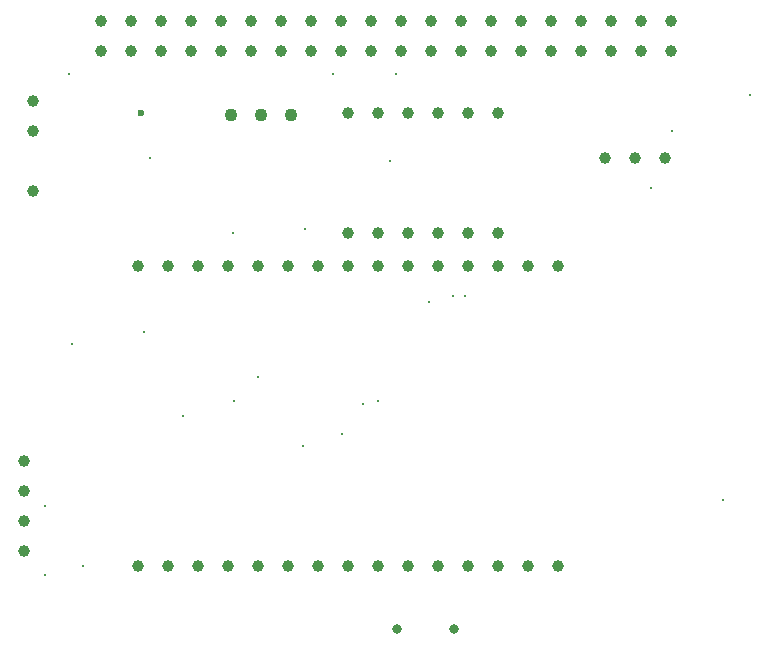
<source format=gbr>
%TF.GenerationSoftware,KiCad,Pcbnew,(6.0.5)*%
%TF.CreationDate,2022-06-15T11:00:20+02:00*%
%TF.ProjectId,peugeot_projekt,70657567-656f-4745-9f70-726f6a656b74,rev?*%
%TF.SameCoordinates,Original*%
%TF.FileFunction,Plated,1,2,PTH,Drill*%
%TF.FilePolarity,Positive*%
%FSLAX46Y46*%
G04 Gerber Fmt 4.6, Leading zero omitted, Abs format (unit mm)*
G04 Created by KiCad (PCBNEW (6.0.5)) date 2022-06-15 11:00:20*
%MOMM*%
%LPD*%
G01*
G04 APERTURE LIST*
%TA.AperFunction,ViaDrill*%
%ADD10C,0.200000*%
%TD*%
%TA.AperFunction,ViaDrill*%
%ADD11C,0.600000*%
%TD*%
%TA.AperFunction,ComponentDrill*%
%ADD12C,0.800000*%
%TD*%
%TA.AperFunction,ComponentDrill*%
%ADD13C,1.000000*%
%TD*%
%TA.AperFunction,ComponentDrill*%
%ADD14C,1.100000*%
%TD*%
G04 APERTURE END LIST*
D10*
X203556000Y-137300000D03*
X203556000Y-143142000D03*
X205588000Y-100724000D03*
X205842000Y-123584000D03*
X206839818Y-142355694D03*
X211938000Y-122568000D03*
X212446000Y-107836000D03*
X215240000Y-129680000D03*
X219536194Y-114175931D03*
X219558000Y-128410000D03*
X221590000Y-126378000D03*
X225400000Y-132220000D03*
X225626326Y-113900670D03*
X227940000Y-100724000D03*
X228702000Y-131204000D03*
X230480000Y-128664000D03*
X231750000Y-128410000D03*
X232766000Y-108090000D03*
X233274000Y-100724000D03*
X236068000Y-120028000D03*
X238100000Y-119520000D03*
X239116000Y-119520000D03*
X254864000Y-110376000D03*
X256642000Y-105550000D03*
X260960000Y-136792000D03*
X263246000Y-102502000D03*
D11*
X211684000Y-104026000D03*
D12*
%TO.C,Y1*%
X233364000Y-147714000D03*
X238264000Y-147714000D03*
D13*
%TO.C,J3*%
X201835000Y-133480000D03*
X201835000Y-136020000D03*
X201835000Y-138560000D03*
X201835000Y-141100000D03*
%TO.C,J4*%
X202540000Y-103010000D03*
X202540000Y-105550000D03*
%TO.C,J2*%
X202540000Y-110630000D03*
%TO.C,P1*%
X208370000Y-96230000D03*
X208370000Y-98770000D03*
X210910000Y-96230000D03*
X210910000Y-98770000D03*
%TO.C,U1*%
X211430000Y-116980000D03*
X211430000Y-142380000D03*
%TO.C,P1*%
X213450000Y-96230000D03*
X213450000Y-98770000D03*
%TO.C,U1*%
X213970000Y-116980000D03*
X213970000Y-142380000D03*
%TO.C,P1*%
X215990000Y-96230000D03*
X215990000Y-98770000D03*
%TO.C,U1*%
X216510000Y-116980000D03*
X216510000Y-142380000D03*
%TO.C,P1*%
X218530000Y-96230000D03*
X218530000Y-98770000D03*
%TO.C,U1*%
X219050000Y-116980000D03*
X219050000Y-142380000D03*
%TO.C,P1*%
X221070000Y-96230000D03*
X221070000Y-98770000D03*
%TO.C,U1*%
X221590000Y-116980000D03*
X221590000Y-142380000D03*
%TO.C,P1*%
X223610000Y-96230000D03*
X223610000Y-98770000D03*
%TO.C,U1*%
X224130000Y-116980000D03*
X224130000Y-142380000D03*
%TO.C,P1*%
X226150000Y-96230000D03*
X226150000Y-98770000D03*
%TO.C,U1*%
X226670000Y-116980000D03*
X226670000Y-142380000D03*
%TO.C,P1*%
X228690000Y-96230000D03*
X228690000Y-98770000D03*
%TO.C,U2*%
X229210000Y-104026000D03*
X229210000Y-114186000D03*
%TO.C,U1*%
X229210000Y-116980000D03*
X229210000Y-142380000D03*
%TO.C,P1*%
X231230000Y-96230000D03*
X231230000Y-98770000D03*
%TO.C,U2*%
X231750000Y-104026000D03*
X231750000Y-114186000D03*
%TO.C,U1*%
X231750000Y-116980000D03*
X231750000Y-142380000D03*
%TO.C,P1*%
X233770000Y-96230000D03*
X233770000Y-98770000D03*
%TO.C,U2*%
X234290000Y-104026000D03*
X234290000Y-114186000D03*
%TO.C,U1*%
X234290000Y-116980000D03*
X234290000Y-142380000D03*
%TO.C,P1*%
X236310000Y-96230000D03*
X236310000Y-98770000D03*
%TO.C,U2*%
X236830000Y-104026000D03*
X236830000Y-114186000D03*
%TO.C,U1*%
X236830000Y-116980000D03*
X236830000Y-142380000D03*
%TO.C,P1*%
X238850000Y-96230000D03*
X238850000Y-98770000D03*
%TO.C,U2*%
X239370000Y-104026000D03*
X239370000Y-114186000D03*
%TO.C,U1*%
X239370000Y-116980000D03*
X239370000Y-142380000D03*
%TO.C,P1*%
X241390000Y-96230000D03*
X241390000Y-98770000D03*
%TO.C,U2*%
X241910000Y-104026000D03*
X241910000Y-114186000D03*
%TO.C,U1*%
X241910000Y-116980000D03*
X241910000Y-142380000D03*
%TO.C,P1*%
X243930000Y-96230000D03*
X243930000Y-98770000D03*
%TO.C,U1*%
X244450000Y-116980000D03*
X244450000Y-142380000D03*
%TO.C,P1*%
X246470000Y-96230000D03*
X246470000Y-98770000D03*
%TO.C,U1*%
X246990000Y-116980000D03*
X246990000Y-142380000D03*
%TO.C,P1*%
X249010000Y-96230000D03*
X249010000Y-98770000D03*
%TO.C,J1*%
X251039000Y-107836000D03*
%TO.C,P1*%
X251550000Y-96230000D03*
X251550000Y-98770000D03*
%TO.C,J1*%
X253579000Y-107836000D03*
%TO.C,P1*%
X254090000Y-96230000D03*
X254090000Y-98770000D03*
%TO.C,J1*%
X256119000Y-107836000D03*
%TO.C,P1*%
X256630000Y-96230000D03*
X256630000Y-98770000D03*
D14*
%TO.C,U5*%
X219304000Y-104209000D03*
X221844000Y-104209000D03*
X224384000Y-104209000D03*
M02*

</source>
